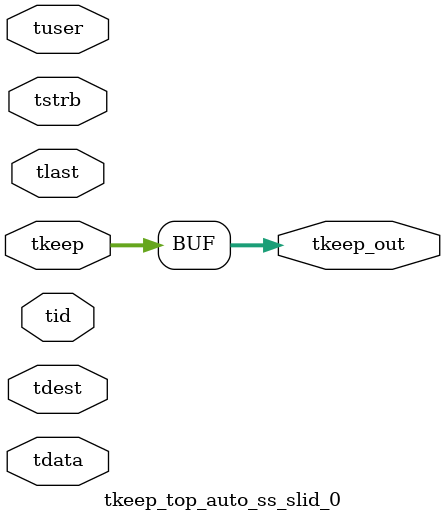
<source format=v>


`timescale 1ps/1ps

module tkeep_top_auto_ss_slid_0 #
(
parameter C_S_AXIS_TDATA_WIDTH = 32,
parameter C_S_AXIS_TUSER_WIDTH = 0,
parameter C_S_AXIS_TID_WIDTH   = 0,
parameter C_S_AXIS_TDEST_WIDTH = 0,
parameter C_M_AXIS_TDATA_WIDTH = 32
)
(
input  [(C_S_AXIS_TDATA_WIDTH == 0 ? 1 : C_S_AXIS_TDATA_WIDTH)-1:0     ] tdata,
input  [(C_S_AXIS_TUSER_WIDTH == 0 ? 1 : C_S_AXIS_TUSER_WIDTH)-1:0     ] tuser,
input  [(C_S_AXIS_TID_WIDTH   == 0 ? 1 : C_S_AXIS_TID_WIDTH)-1:0       ] tid,
input  [(C_S_AXIS_TDEST_WIDTH == 0 ? 1 : C_S_AXIS_TDEST_WIDTH)-1:0     ] tdest,
input  [(C_S_AXIS_TDATA_WIDTH/8)-1:0 ] tkeep,
input  [(C_S_AXIS_TDATA_WIDTH/8)-1:0 ] tstrb,
input                                                                    tlast,
output [(C_M_AXIS_TDATA_WIDTH/8)-1:0 ] tkeep_out
);

assign tkeep_out = {tkeep[3:0]};

endmodule


</source>
